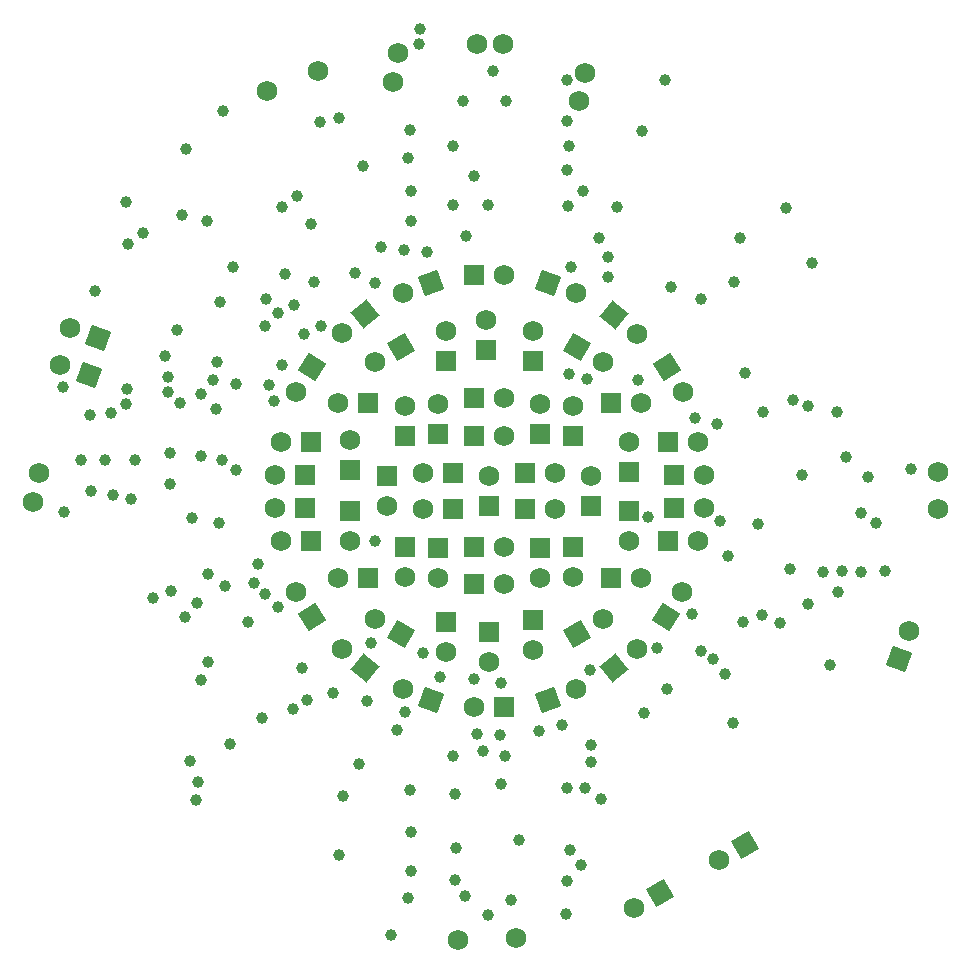
<source format=gbs>
G04*
G04 #@! TF.GenerationSoftware,Altium Limited,Altium Designer,23.1.1 (15)*
G04*
G04 Layer_Color=16711935*
%FSLAX25Y25*%
%MOIN*%
G70*
G04*
G04 #@! TF.SameCoordinates,26756865-A546-46B2-AE66-A5EF7FACC8B2*
G04*
G04*
G04 #@! TF.FilePolarity,Negative*
G04*
G01*
G75*
%ADD35C,0.06902*%
%ADD36P,0.09761X4X245.0*%
%ADD37C,0.06800*%
%ADD38R,0.06902X0.06902*%
%ADD39P,0.09761X4X115.0*%
%ADD40P,0.09761X4X255.0*%
%ADD41R,0.06902X0.06902*%
%ADD42P,0.09761X4X103.0*%
%ADD43P,0.09761X4X84.0*%
%ADD44P,0.09761X4X195.0*%
%ADD45P,0.09761X4X205.0*%
%ADD46P,0.09761X4X186.0*%
%ADD47P,0.09761X4X167.0*%
%ADD48C,0.03950*%
D35*
X-28897Y66080D02*
D03*
X-46500Y-16500D02*
D03*
X139920Y-46603D02*
D03*
X17000Y-29000D02*
D03*
X76500Y-123000D02*
D03*
X48340Y-139000D02*
D03*
X22000Y-6000D02*
D03*
X34000Y5000D02*
D03*
X28000Y-28500D02*
D03*
X46500Y-16500D02*
D03*
X50500Y-29000D02*
D03*
X37999Y-42500D02*
D03*
X14500Y-53000D02*
D03*
X71500Y-5500D02*
D03*
X69500Y-16500D02*
D03*
X64299Y-33520D02*
D03*
X49271Y-52707D02*
D03*
X28897Y-66080D02*
D03*
X-34000Y-5000D02*
D03*
X5000Y-18500D02*
D03*
X-22000Y-6000D02*
D03*
X5000Y-31000D02*
D03*
X-17000Y-29000D02*
D03*
X-28000Y-28500D02*
D03*
X0Y-57000D02*
D03*
X-14500Y-53500D02*
D03*
X-38000Y-42500D02*
D03*
X-50500Y-29000D02*
D03*
X-5000Y-72000D02*
D03*
X-28897Y-66080D02*
D03*
X-49271Y-52707D02*
D03*
X-64299Y-33520D02*
D03*
X-69500Y-16500D02*
D03*
X-71500Y-5500D02*
D03*
X-139897Y54420D02*
D03*
X-143000Y42000D02*
D03*
X38000Y43000D02*
D03*
X64500Y33000D02*
D03*
X49271Y52352D02*
D03*
X28897Y66080D02*
D03*
X71500Y5500D02*
D03*
X69500Y16500D02*
D03*
X46500D02*
D03*
X50500Y29500D02*
D03*
X28000Y28500D02*
D03*
X14500Y53500D02*
D03*
X17000Y29000D02*
D03*
X22000Y6000D02*
D03*
X-1000Y57000D02*
D03*
X5000Y31000D02*
D03*
Y18500D02*
D03*
X0Y5000D02*
D03*
X-22000Y6000D02*
D03*
X-28000Y28500D02*
D03*
X5000Y72000D02*
D03*
X-17000Y29000D02*
D03*
X-46500Y17000D02*
D03*
X-50500Y29500D02*
D03*
X-37999Y43000D02*
D03*
X-14500Y53500D02*
D03*
X-71500Y5500D02*
D03*
X-69500Y16500D02*
D03*
X-64500Y33000D02*
D03*
X-49271Y52707D02*
D03*
D36*
X-19500Y69500D02*
D03*
X19500Y-69500D02*
D03*
D37*
X149500Y6500D02*
D03*
Y-6000D02*
D03*
X-10500Y-149500D02*
D03*
X9000Y-149000D02*
D03*
X-150000Y6000D02*
D03*
X-32000Y136500D02*
D03*
X-30500Y146000D02*
D03*
X32000Y139500D02*
D03*
X30000Y130000D02*
D03*
X-152000Y-3500D02*
D03*
X4500Y149000D02*
D03*
X-4000D02*
D03*
X-74000Y133500D02*
D03*
X-57000Y140000D02*
D03*
D38*
X-46500Y-6500D02*
D03*
X17000Y-19000D02*
D03*
X34000Y-5000D02*
D03*
X28000Y-18500D02*
D03*
X46500Y-6500D02*
D03*
X14500Y-43000D02*
D03*
X-34000Y5000D02*
D03*
X-17000Y-19000D02*
D03*
X-28000Y-18500D02*
D03*
X0Y-47000D02*
D03*
X-14500Y-43500D02*
D03*
X-17000Y19000D02*
D03*
X46500Y6500D02*
D03*
X28000Y18500D02*
D03*
X14500Y43500D02*
D03*
X17000Y19000D02*
D03*
X-1000Y47000D02*
D03*
X0Y-5000D02*
D03*
X-28000Y18500D02*
D03*
X-46500Y7000D02*
D03*
X-14500Y43500D02*
D03*
D39*
X136500Y-56000D02*
D03*
D40*
X85160Y-118000D02*
D03*
X57000Y-134000D02*
D03*
X29339Y-47500D02*
D03*
X-29339Y48000D02*
D03*
D41*
X12000Y-6000D02*
D03*
X40500Y-29000D02*
D03*
X61500Y-5500D02*
D03*
X59500Y-16500D02*
D03*
X-5000Y-18500D02*
D03*
X-12000Y-6000D02*
D03*
X-5000Y-31000D02*
D03*
X-40500Y-29000D02*
D03*
X5000Y-72000D02*
D03*
X-59500Y-16500D02*
D03*
X-61500Y-5500D02*
D03*
X61500Y5500D02*
D03*
X59500Y16500D02*
D03*
X40500Y29500D02*
D03*
X12000Y6000D02*
D03*
X-5000Y31000D02*
D03*
Y18500D02*
D03*
X-12000Y6000D02*
D03*
X-5000Y72000D02*
D03*
X-40500Y29500D02*
D03*
X-61500Y5500D02*
D03*
X-59500Y16500D02*
D03*
D42*
X59000Y-42000D02*
D03*
X-59201Y41480D02*
D03*
D43*
X41500Y-59000D02*
D03*
X-41500Y59000D02*
D03*
D44*
X-29340Y-47500D02*
D03*
X29340Y48000D02*
D03*
D45*
X-19500Y-69500D02*
D03*
X-130500Y51000D02*
D03*
X-133603Y38580D02*
D03*
X19500Y69500D02*
D03*
D46*
X-41500Y-59000D02*
D03*
X41500Y58646D02*
D03*
D47*
X-59000Y-42000D02*
D03*
X59201Y41480D02*
D03*
D48*
X26500Y39000D02*
D03*
X32000Y-99000D02*
D03*
X37086Y-102611D02*
D03*
X-121000Y29000D02*
D03*
X-92000Y37000D02*
D03*
X-84575Y7000D02*
D03*
X-8000Y-135000D02*
D03*
X-74848Y55152D02*
D03*
X-70500Y59500D02*
D03*
X-74500Y64000D02*
D03*
X-101000Y114000D02*
D03*
X26000Y-130000D02*
D03*
X-90000Y-10500D02*
D03*
X-99000Y-9000D02*
D03*
X-96000Y11575D02*
D03*
X-106500Y2500D02*
D03*
X-74826Y-34326D02*
D03*
X-78425Y-30726D02*
D03*
X-88000Y-31500D02*
D03*
X-77200Y-24350D02*
D03*
X-119500Y-2500D02*
D03*
X-128000Y10500D02*
D03*
X-89000D02*
D03*
X-84575Y35868D02*
D03*
X-91000Y27500D02*
D03*
X-96000Y32500D02*
D03*
X-103000Y29500D02*
D03*
X-107000Y33000D02*
D03*
X117500Y-26500D02*
D03*
X124000Y-27000D02*
D03*
X132000Y-26500D02*
D03*
X129000Y-10500D02*
D03*
X124000Y-7425D02*
D03*
X104300Y5500D02*
D03*
X116000Y26500D02*
D03*
X79502Y-21489D02*
D03*
X-120500Y82500D02*
D03*
X25500Y-141000D02*
D03*
X84500Y-43500D02*
D03*
X91000Y-41250D02*
D03*
X96787Y-43971D02*
D03*
X-65000Y62000D02*
D03*
X-56111Y54979D02*
D03*
X-61893Y52248D02*
D03*
X55826Y-52326D02*
D03*
X77000Y-10000D02*
D03*
X53000Y-8500D02*
D03*
X49500Y37000D02*
D03*
X32500Y37500D02*
D03*
X-38000Y-16500D02*
D03*
X26000Y107000D02*
D03*
X26500Y115000D02*
D03*
X26000Y123500D02*
D03*
Y137000D02*
D03*
X-94075Y90200D02*
D03*
X67522Y-41021D02*
D03*
X78500Y-61000D02*
D03*
X113500Y-58000D02*
D03*
X33500Y-59500D02*
D03*
X-5000Y-62500D02*
D03*
X-2000Y-86500D02*
D03*
X-4000Y-81075D02*
D03*
X26000Y-99000D02*
D03*
X27000Y-119500D02*
D03*
X30500Y-124500D02*
D03*
X-27000Y-135500D02*
D03*
X-11500Y-129500D02*
D03*
X-11000Y-119000D02*
D03*
X-11500Y-101000D02*
D03*
X-26500Y-99500D02*
D03*
X-28075Y-73500D02*
D03*
X-70500Y-38500D02*
D03*
X-112000Y-35500D02*
D03*
X89500Y-11000D02*
D03*
X119000Y11500D02*
D03*
X76000Y22500D02*
D03*
X68674Y24326D02*
D03*
X39675Y71512D02*
D03*
Y78100D02*
D03*
X27200Y74600D02*
D03*
X107500Y76000D02*
D03*
X-56500Y123000D02*
D03*
X-23000Y154000D02*
D03*
X-12000Y115000D02*
D03*
X-26500Y120500D02*
D03*
X-27000Y111000D02*
D03*
X-12000Y95500D02*
D03*
X-26000Y90000D02*
D03*
X-69100Y94575D02*
D03*
X-68075Y72500D02*
D03*
X-58425Y69575D02*
D03*
X-37999Y69417D02*
D03*
X-69000Y41925D02*
D03*
X-104075Y53600D02*
D03*
X140500Y7500D02*
D03*
X-141693Y-6965D02*
D03*
X-132693Y-75D02*
D03*
X-125472Y-1200D02*
D03*
X-118193Y10535D02*
D03*
X-120800Y34000D02*
D03*
X-133000Y25500D02*
D03*
X-121200Y96400D02*
D03*
X-23500Y149000D02*
D03*
X-8835Y130000D02*
D03*
X-300Y95500D02*
D03*
X101300Y30300D02*
D03*
X51000Y120000D02*
D03*
X81600Y69800D02*
D03*
X70500Y64000D02*
D03*
X-28300Y80300D02*
D03*
X-26200Y100000D02*
D03*
X-20800Y79600D02*
D03*
X-7700Y85000D02*
D03*
X36600Y84300D02*
D03*
X83500D02*
D03*
X85300Y39400D02*
D03*
X42500Y94600D02*
D03*
X-90900Y43200D02*
D03*
X-73300Y35300D02*
D03*
X-131299Y66675D02*
D03*
X-86600Y-84400D02*
D03*
X5500Y130000D02*
D03*
X-88800Y126800D02*
D03*
X-97136Y-97052D02*
D03*
X-136181Y10500D02*
D03*
X-42100Y108400D02*
D03*
X58623Y137000D02*
D03*
X-142256Y34700D02*
D03*
X-115600Y86100D02*
D03*
X-101400Y-42100D02*
D03*
X-106100Y-33400D02*
D03*
X-108181Y45100D02*
D03*
X-107181Y38000D02*
D03*
X-89636Y63000D02*
D03*
X-48900Y-101600D02*
D03*
X-26000Y-126700D02*
D03*
X-39600Y-50700D02*
D03*
X9900Y-116181D02*
D03*
X-52100Y-67400D02*
D03*
X-97600Y-37175D02*
D03*
X4050Y-97650D02*
D03*
X-75800Y-75700D02*
D03*
X-93700Y-56900D02*
D03*
Y-27500D02*
D03*
X-97900Y-103000D02*
D03*
X16500Y-79800D02*
D03*
X111181Y-27019D02*
D03*
X59300Y-65900D02*
D03*
X91181Y26500D02*
D03*
X33900Y-90300D02*
D03*
X24300Y-77900D02*
D03*
X126181Y4700D02*
D03*
X100100Y-25800D02*
D03*
X106249Y-37567D02*
D03*
X81300Y-77400D02*
D03*
X51600Y-74000D02*
D03*
X-5000Y105000D02*
D03*
X116300Y-33575D02*
D03*
X-71800Y30200D02*
D03*
X-106333Y12633D02*
D03*
X-85300Y74700D02*
D03*
X-102317Y92200D02*
D03*
X33900Y-84500D02*
D03*
X5300Y-88287D02*
D03*
X3800Y-64000D02*
D03*
X-40800Y-69871D02*
D03*
X-16400Y-61800D02*
D03*
X-12000Y-88300D02*
D03*
X3600Y-81300D02*
D03*
X26300Y95000D02*
D03*
X-60800Y-69500D02*
D03*
X-50000Y124300D02*
D03*
X1165Y140000D02*
D03*
X70400Y-53300D02*
D03*
X-44700Y72575D02*
D03*
X-59300Y89000D02*
D03*
X-64000Y98300D02*
D03*
X74700Y-56100D02*
D03*
X106200Y28300D02*
D03*
X-80300Y-43600D02*
D03*
X-26000Y-113500D02*
D03*
X-62300Y-58800D02*
D03*
X-65375Y-72600D02*
D03*
X-22000Y-54100D02*
D03*
X-43600Y-91000D02*
D03*
X-30900Y-79600D02*
D03*
X-126193Y26035D02*
D03*
X-96100Y-62800D02*
D03*
X-36100Y81500D02*
D03*
X60600Y68200D02*
D03*
X31100Y100000D02*
D03*
X7181Y-136181D02*
D03*
X-49972Y-121400D02*
D03*
X-32800Y-148100D02*
D03*
X-99700Y-89800D02*
D03*
X99000Y94400D02*
D03*
X-500Y-141181D02*
D03*
M02*

</source>
